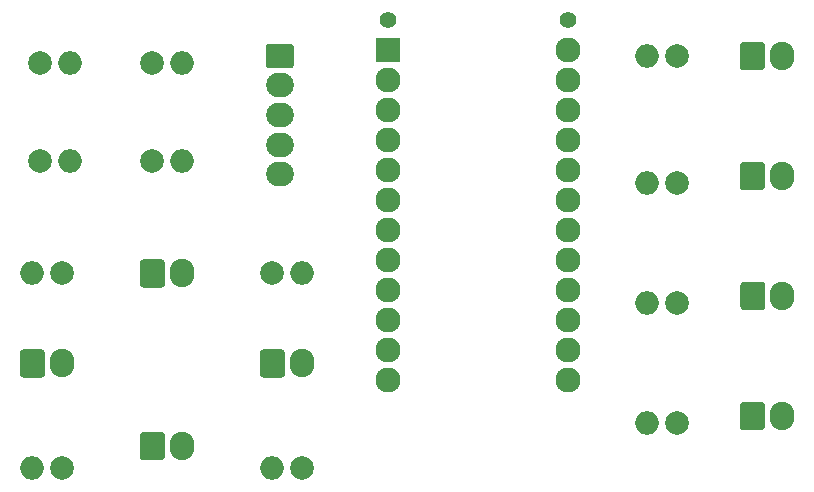
<source format=gbr>
G04 #@! TF.GenerationSoftware,KiCad,Pcbnew,(5.1.2-1)-1*
G04 #@! TF.CreationDate,2019-08-04T20:02:10-04:00*
G04 #@! TF.ProjectId,Pyxel-Paradise,50797865-6c2d-4506-9172-61646973652e,rev?*
G04 #@! TF.SameCoordinates,Original*
G04 #@! TF.FileFunction,Soldermask,Bot*
G04 #@! TF.FilePolarity,Negative*
%FSLAX46Y46*%
G04 Gerber Fmt 4.6, Leading zero omitted, Abs format (unit mm)*
G04 Created by KiCad (PCBNEW (5.1.2-1)-1) date 2019-08-04 20:02:10*
%MOMM*%
%LPD*%
G04 APERTURE LIST*
%ADD10C,0.100000*%
%ADD11C,2.100000*%
%ADD12O,2.350000X2.100000*%
%ADD13O,2.100000X2.400000*%
%ADD14O,2.000000X2.000000*%
%ADD15C,2.000000*%
%ADD16C,1.416000*%
%ADD17O,2.127200X2.127200*%
%ADD18R,2.127200X2.127200*%
G04 APERTURE END LIST*
D10*
G36*
X77731447Y-105631487D02*
G01*
X77761425Y-105635934D01*
X77790824Y-105643298D01*
X77819358Y-105653508D01*
X77846755Y-105666465D01*
X77872750Y-105682046D01*
X77897092Y-105700100D01*
X77919548Y-105720452D01*
X77939900Y-105742908D01*
X77957954Y-105767250D01*
X77973535Y-105793245D01*
X77986492Y-105820642D01*
X77996702Y-105849176D01*
X78004066Y-105878575D01*
X78008513Y-105908553D01*
X78010000Y-105938823D01*
X78010000Y-107421177D01*
X78008513Y-107451447D01*
X78004066Y-107481425D01*
X77996702Y-107510824D01*
X77986492Y-107539358D01*
X77973535Y-107566755D01*
X77957954Y-107592750D01*
X77939900Y-107617092D01*
X77919548Y-107639548D01*
X77897092Y-107659900D01*
X77872750Y-107677954D01*
X77846755Y-107693535D01*
X77819358Y-107706492D01*
X77790824Y-107716702D01*
X77761425Y-107724066D01*
X77731447Y-107728513D01*
X77701177Y-107730000D01*
X75968823Y-107730000D01*
X75938553Y-107728513D01*
X75908575Y-107724066D01*
X75879176Y-107716702D01*
X75850642Y-107706492D01*
X75823245Y-107693535D01*
X75797250Y-107677954D01*
X75772908Y-107659900D01*
X75750452Y-107639548D01*
X75730100Y-107617092D01*
X75712046Y-107592750D01*
X75696465Y-107566755D01*
X75683508Y-107539358D01*
X75673298Y-107510824D01*
X75665934Y-107481425D01*
X75661487Y-107451447D01*
X75660000Y-107421177D01*
X75660000Y-105938823D01*
X75661487Y-105908553D01*
X75665934Y-105878575D01*
X75673298Y-105849176D01*
X75683508Y-105820642D01*
X75696465Y-105793245D01*
X75712046Y-105767250D01*
X75730100Y-105742908D01*
X75750452Y-105720452D01*
X75772908Y-105700100D01*
X75797250Y-105682046D01*
X75823245Y-105666465D01*
X75850642Y-105653508D01*
X75879176Y-105643298D01*
X75908575Y-105635934D01*
X75938553Y-105631487D01*
X75968823Y-105630000D01*
X77701177Y-105630000D01*
X77731447Y-105631487D01*
X77731447Y-105631487D01*
G37*
D11*
X76835000Y-106680000D03*
D12*
X76835000Y-109180000D03*
X76835000Y-111680000D03*
X76835000Y-114180000D03*
X76835000Y-116680000D03*
D10*
G36*
X66811447Y-123896487D02*
G01*
X66841425Y-123900934D01*
X66870824Y-123908298D01*
X66899358Y-123918508D01*
X66926755Y-123931465D01*
X66952750Y-123947046D01*
X66977092Y-123965100D01*
X66999548Y-123985452D01*
X67019900Y-124007908D01*
X67037954Y-124032250D01*
X67053535Y-124058245D01*
X67066492Y-124085642D01*
X67076702Y-124114176D01*
X67084066Y-124143575D01*
X67088513Y-124173553D01*
X67090000Y-124203823D01*
X67090000Y-125986177D01*
X67088513Y-126016447D01*
X67084066Y-126046425D01*
X67076702Y-126075824D01*
X67066492Y-126104358D01*
X67053535Y-126131755D01*
X67037954Y-126157750D01*
X67019900Y-126182092D01*
X66999548Y-126204548D01*
X66977092Y-126224900D01*
X66952750Y-126242954D01*
X66926755Y-126258535D01*
X66899358Y-126271492D01*
X66870824Y-126281702D01*
X66841425Y-126289066D01*
X66811447Y-126293513D01*
X66781177Y-126295000D01*
X65298823Y-126295000D01*
X65268553Y-126293513D01*
X65238575Y-126289066D01*
X65209176Y-126281702D01*
X65180642Y-126271492D01*
X65153245Y-126258535D01*
X65127250Y-126242954D01*
X65102908Y-126224900D01*
X65080452Y-126204548D01*
X65060100Y-126182092D01*
X65042046Y-126157750D01*
X65026465Y-126131755D01*
X65013508Y-126104358D01*
X65003298Y-126075824D01*
X64995934Y-126046425D01*
X64991487Y-126016447D01*
X64990000Y-125986177D01*
X64990000Y-124203823D01*
X64991487Y-124173553D01*
X64995934Y-124143575D01*
X65003298Y-124114176D01*
X65013508Y-124085642D01*
X65026465Y-124058245D01*
X65042046Y-124032250D01*
X65060100Y-124007908D01*
X65080452Y-123985452D01*
X65102908Y-123965100D01*
X65127250Y-123947046D01*
X65153245Y-123931465D01*
X65180642Y-123918508D01*
X65209176Y-123908298D01*
X65238575Y-123900934D01*
X65268553Y-123896487D01*
X65298823Y-123895000D01*
X66781177Y-123895000D01*
X66811447Y-123896487D01*
X66811447Y-123896487D01*
G37*
D11*
X66040000Y-125095000D03*
D13*
X68540000Y-125095000D03*
X78700000Y-132715000D03*
D10*
G36*
X76971447Y-131516487D02*
G01*
X77001425Y-131520934D01*
X77030824Y-131528298D01*
X77059358Y-131538508D01*
X77086755Y-131551465D01*
X77112750Y-131567046D01*
X77137092Y-131585100D01*
X77159548Y-131605452D01*
X77179900Y-131627908D01*
X77197954Y-131652250D01*
X77213535Y-131678245D01*
X77226492Y-131705642D01*
X77236702Y-131734176D01*
X77244066Y-131763575D01*
X77248513Y-131793553D01*
X77250000Y-131823823D01*
X77250000Y-133606177D01*
X77248513Y-133636447D01*
X77244066Y-133666425D01*
X77236702Y-133695824D01*
X77226492Y-133724358D01*
X77213535Y-133751755D01*
X77197954Y-133777750D01*
X77179900Y-133802092D01*
X77159548Y-133824548D01*
X77137092Y-133844900D01*
X77112750Y-133862954D01*
X77086755Y-133878535D01*
X77059358Y-133891492D01*
X77030824Y-133901702D01*
X77001425Y-133909066D01*
X76971447Y-133913513D01*
X76941177Y-133915000D01*
X75458823Y-133915000D01*
X75428553Y-133913513D01*
X75398575Y-133909066D01*
X75369176Y-133901702D01*
X75340642Y-133891492D01*
X75313245Y-133878535D01*
X75287250Y-133862954D01*
X75262908Y-133844900D01*
X75240452Y-133824548D01*
X75220100Y-133802092D01*
X75202046Y-133777750D01*
X75186465Y-133751755D01*
X75173508Y-133724358D01*
X75163298Y-133695824D01*
X75155934Y-133666425D01*
X75151487Y-133636447D01*
X75150000Y-133606177D01*
X75150000Y-131823823D01*
X75151487Y-131793553D01*
X75155934Y-131763575D01*
X75163298Y-131734176D01*
X75173508Y-131705642D01*
X75186465Y-131678245D01*
X75202046Y-131652250D01*
X75220100Y-131627908D01*
X75240452Y-131605452D01*
X75262908Y-131585100D01*
X75287250Y-131567046D01*
X75313245Y-131551465D01*
X75340642Y-131538508D01*
X75369176Y-131528298D01*
X75398575Y-131520934D01*
X75428553Y-131516487D01*
X75458823Y-131515000D01*
X76941177Y-131515000D01*
X76971447Y-131516487D01*
X76971447Y-131516487D01*
G37*
D11*
X76200000Y-132715000D03*
D10*
G36*
X66811447Y-138501487D02*
G01*
X66841425Y-138505934D01*
X66870824Y-138513298D01*
X66899358Y-138523508D01*
X66926755Y-138536465D01*
X66952750Y-138552046D01*
X66977092Y-138570100D01*
X66999548Y-138590452D01*
X67019900Y-138612908D01*
X67037954Y-138637250D01*
X67053535Y-138663245D01*
X67066492Y-138690642D01*
X67076702Y-138719176D01*
X67084066Y-138748575D01*
X67088513Y-138778553D01*
X67090000Y-138808823D01*
X67090000Y-140591177D01*
X67088513Y-140621447D01*
X67084066Y-140651425D01*
X67076702Y-140680824D01*
X67066492Y-140709358D01*
X67053535Y-140736755D01*
X67037954Y-140762750D01*
X67019900Y-140787092D01*
X66999548Y-140809548D01*
X66977092Y-140829900D01*
X66952750Y-140847954D01*
X66926755Y-140863535D01*
X66899358Y-140876492D01*
X66870824Y-140886702D01*
X66841425Y-140894066D01*
X66811447Y-140898513D01*
X66781177Y-140900000D01*
X65298823Y-140900000D01*
X65268553Y-140898513D01*
X65238575Y-140894066D01*
X65209176Y-140886702D01*
X65180642Y-140876492D01*
X65153245Y-140863535D01*
X65127250Y-140847954D01*
X65102908Y-140829900D01*
X65080452Y-140809548D01*
X65060100Y-140787092D01*
X65042046Y-140762750D01*
X65026465Y-140736755D01*
X65013508Y-140709358D01*
X65003298Y-140680824D01*
X64995934Y-140651425D01*
X64991487Y-140621447D01*
X64990000Y-140591177D01*
X64990000Y-138808823D01*
X64991487Y-138778553D01*
X64995934Y-138748575D01*
X65003298Y-138719176D01*
X65013508Y-138690642D01*
X65026465Y-138663245D01*
X65042046Y-138637250D01*
X65060100Y-138612908D01*
X65080452Y-138590452D01*
X65102908Y-138570100D01*
X65127250Y-138552046D01*
X65153245Y-138536465D01*
X65180642Y-138523508D01*
X65209176Y-138513298D01*
X65238575Y-138505934D01*
X65268553Y-138501487D01*
X65298823Y-138500000D01*
X66781177Y-138500000D01*
X66811447Y-138501487D01*
X66811447Y-138501487D01*
G37*
D11*
X66040000Y-139700000D03*
D13*
X68540000Y-139700000D03*
X58380000Y-132715000D03*
D10*
G36*
X56651447Y-131516487D02*
G01*
X56681425Y-131520934D01*
X56710824Y-131528298D01*
X56739358Y-131538508D01*
X56766755Y-131551465D01*
X56792750Y-131567046D01*
X56817092Y-131585100D01*
X56839548Y-131605452D01*
X56859900Y-131627908D01*
X56877954Y-131652250D01*
X56893535Y-131678245D01*
X56906492Y-131705642D01*
X56916702Y-131734176D01*
X56924066Y-131763575D01*
X56928513Y-131793553D01*
X56930000Y-131823823D01*
X56930000Y-133606177D01*
X56928513Y-133636447D01*
X56924066Y-133666425D01*
X56916702Y-133695824D01*
X56906492Y-133724358D01*
X56893535Y-133751755D01*
X56877954Y-133777750D01*
X56859900Y-133802092D01*
X56839548Y-133824548D01*
X56817092Y-133844900D01*
X56792750Y-133862954D01*
X56766755Y-133878535D01*
X56739358Y-133891492D01*
X56710824Y-133901702D01*
X56681425Y-133909066D01*
X56651447Y-133913513D01*
X56621177Y-133915000D01*
X55138823Y-133915000D01*
X55108553Y-133913513D01*
X55078575Y-133909066D01*
X55049176Y-133901702D01*
X55020642Y-133891492D01*
X54993245Y-133878535D01*
X54967250Y-133862954D01*
X54942908Y-133844900D01*
X54920452Y-133824548D01*
X54900100Y-133802092D01*
X54882046Y-133777750D01*
X54866465Y-133751755D01*
X54853508Y-133724358D01*
X54843298Y-133695824D01*
X54835934Y-133666425D01*
X54831487Y-133636447D01*
X54830000Y-133606177D01*
X54830000Y-131823823D01*
X54831487Y-131793553D01*
X54835934Y-131763575D01*
X54843298Y-131734176D01*
X54853508Y-131705642D01*
X54866465Y-131678245D01*
X54882046Y-131652250D01*
X54900100Y-131627908D01*
X54920452Y-131605452D01*
X54942908Y-131585100D01*
X54967250Y-131567046D01*
X54993245Y-131551465D01*
X55020642Y-131538508D01*
X55049176Y-131528298D01*
X55078575Y-131520934D01*
X55108553Y-131516487D01*
X55138823Y-131515000D01*
X56621177Y-131515000D01*
X56651447Y-131516487D01*
X56651447Y-131516487D01*
G37*
D11*
X55880000Y-132715000D03*
D10*
G36*
X117611447Y-105481487D02*
G01*
X117641425Y-105485934D01*
X117670824Y-105493298D01*
X117699358Y-105503508D01*
X117726755Y-105516465D01*
X117752750Y-105532046D01*
X117777092Y-105550100D01*
X117799548Y-105570452D01*
X117819900Y-105592908D01*
X117837954Y-105617250D01*
X117853535Y-105643245D01*
X117866492Y-105670642D01*
X117876702Y-105699176D01*
X117884066Y-105728575D01*
X117888513Y-105758553D01*
X117890000Y-105788823D01*
X117890000Y-107571177D01*
X117888513Y-107601447D01*
X117884066Y-107631425D01*
X117876702Y-107660824D01*
X117866492Y-107689358D01*
X117853535Y-107716755D01*
X117837954Y-107742750D01*
X117819900Y-107767092D01*
X117799548Y-107789548D01*
X117777092Y-107809900D01*
X117752750Y-107827954D01*
X117726755Y-107843535D01*
X117699358Y-107856492D01*
X117670824Y-107866702D01*
X117641425Y-107874066D01*
X117611447Y-107878513D01*
X117581177Y-107880000D01*
X116098823Y-107880000D01*
X116068553Y-107878513D01*
X116038575Y-107874066D01*
X116009176Y-107866702D01*
X115980642Y-107856492D01*
X115953245Y-107843535D01*
X115927250Y-107827954D01*
X115902908Y-107809900D01*
X115880452Y-107789548D01*
X115860100Y-107767092D01*
X115842046Y-107742750D01*
X115826465Y-107716755D01*
X115813508Y-107689358D01*
X115803298Y-107660824D01*
X115795934Y-107631425D01*
X115791487Y-107601447D01*
X115790000Y-107571177D01*
X115790000Y-105788823D01*
X115791487Y-105758553D01*
X115795934Y-105728575D01*
X115803298Y-105699176D01*
X115813508Y-105670642D01*
X115826465Y-105643245D01*
X115842046Y-105617250D01*
X115860100Y-105592908D01*
X115880452Y-105570452D01*
X115902908Y-105550100D01*
X115927250Y-105532046D01*
X115953245Y-105516465D01*
X115980642Y-105503508D01*
X116009176Y-105493298D01*
X116038575Y-105485934D01*
X116068553Y-105481487D01*
X116098823Y-105480000D01*
X117581177Y-105480000D01*
X117611447Y-105481487D01*
X117611447Y-105481487D01*
G37*
D11*
X116840000Y-106680000D03*
D13*
X119340000Y-106680000D03*
X119340000Y-116840000D03*
D10*
G36*
X117611447Y-115641487D02*
G01*
X117641425Y-115645934D01*
X117670824Y-115653298D01*
X117699358Y-115663508D01*
X117726755Y-115676465D01*
X117752750Y-115692046D01*
X117777092Y-115710100D01*
X117799548Y-115730452D01*
X117819900Y-115752908D01*
X117837954Y-115777250D01*
X117853535Y-115803245D01*
X117866492Y-115830642D01*
X117876702Y-115859176D01*
X117884066Y-115888575D01*
X117888513Y-115918553D01*
X117890000Y-115948823D01*
X117890000Y-117731177D01*
X117888513Y-117761447D01*
X117884066Y-117791425D01*
X117876702Y-117820824D01*
X117866492Y-117849358D01*
X117853535Y-117876755D01*
X117837954Y-117902750D01*
X117819900Y-117927092D01*
X117799548Y-117949548D01*
X117777092Y-117969900D01*
X117752750Y-117987954D01*
X117726755Y-118003535D01*
X117699358Y-118016492D01*
X117670824Y-118026702D01*
X117641425Y-118034066D01*
X117611447Y-118038513D01*
X117581177Y-118040000D01*
X116098823Y-118040000D01*
X116068553Y-118038513D01*
X116038575Y-118034066D01*
X116009176Y-118026702D01*
X115980642Y-118016492D01*
X115953245Y-118003535D01*
X115927250Y-117987954D01*
X115902908Y-117969900D01*
X115880452Y-117949548D01*
X115860100Y-117927092D01*
X115842046Y-117902750D01*
X115826465Y-117876755D01*
X115813508Y-117849358D01*
X115803298Y-117820824D01*
X115795934Y-117791425D01*
X115791487Y-117761447D01*
X115790000Y-117731177D01*
X115790000Y-115948823D01*
X115791487Y-115918553D01*
X115795934Y-115888575D01*
X115803298Y-115859176D01*
X115813508Y-115830642D01*
X115826465Y-115803245D01*
X115842046Y-115777250D01*
X115860100Y-115752908D01*
X115880452Y-115730452D01*
X115902908Y-115710100D01*
X115927250Y-115692046D01*
X115953245Y-115676465D01*
X115980642Y-115663508D01*
X116009176Y-115653298D01*
X116038575Y-115645934D01*
X116068553Y-115641487D01*
X116098823Y-115640000D01*
X117581177Y-115640000D01*
X117611447Y-115641487D01*
X117611447Y-115641487D01*
G37*
D11*
X116840000Y-116840000D03*
D10*
G36*
X117651447Y-125801487D02*
G01*
X117681425Y-125805934D01*
X117710824Y-125813298D01*
X117739358Y-125823508D01*
X117766755Y-125836465D01*
X117792750Y-125852046D01*
X117817092Y-125870100D01*
X117839548Y-125890452D01*
X117859900Y-125912908D01*
X117877954Y-125937250D01*
X117893535Y-125963245D01*
X117906492Y-125990642D01*
X117916702Y-126019176D01*
X117924066Y-126048575D01*
X117928513Y-126078553D01*
X117930000Y-126108823D01*
X117930000Y-127891177D01*
X117928513Y-127921447D01*
X117924066Y-127951425D01*
X117916702Y-127980824D01*
X117906492Y-128009358D01*
X117893535Y-128036755D01*
X117877954Y-128062750D01*
X117859900Y-128087092D01*
X117839548Y-128109548D01*
X117817092Y-128129900D01*
X117792750Y-128147954D01*
X117766755Y-128163535D01*
X117739358Y-128176492D01*
X117710824Y-128186702D01*
X117681425Y-128194066D01*
X117651447Y-128198513D01*
X117621177Y-128200000D01*
X116138823Y-128200000D01*
X116108553Y-128198513D01*
X116078575Y-128194066D01*
X116049176Y-128186702D01*
X116020642Y-128176492D01*
X115993245Y-128163535D01*
X115967250Y-128147954D01*
X115942908Y-128129900D01*
X115920452Y-128109548D01*
X115900100Y-128087092D01*
X115882046Y-128062750D01*
X115866465Y-128036755D01*
X115853508Y-128009358D01*
X115843298Y-127980824D01*
X115835934Y-127951425D01*
X115831487Y-127921447D01*
X115830000Y-127891177D01*
X115830000Y-126108823D01*
X115831487Y-126078553D01*
X115835934Y-126048575D01*
X115843298Y-126019176D01*
X115853508Y-125990642D01*
X115866465Y-125963245D01*
X115882046Y-125937250D01*
X115900100Y-125912908D01*
X115920452Y-125890452D01*
X115942908Y-125870100D01*
X115967250Y-125852046D01*
X115993245Y-125836465D01*
X116020642Y-125823508D01*
X116049176Y-125813298D01*
X116078575Y-125805934D01*
X116108553Y-125801487D01*
X116138823Y-125800000D01*
X117621177Y-125800000D01*
X117651447Y-125801487D01*
X117651447Y-125801487D01*
G37*
D11*
X116880000Y-127000000D03*
D13*
X119380000Y-127000000D03*
X119340000Y-137160000D03*
D10*
G36*
X117611447Y-135961487D02*
G01*
X117641425Y-135965934D01*
X117670824Y-135973298D01*
X117699358Y-135983508D01*
X117726755Y-135996465D01*
X117752750Y-136012046D01*
X117777092Y-136030100D01*
X117799548Y-136050452D01*
X117819900Y-136072908D01*
X117837954Y-136097250D01*
X117853535Y-136123245D01*
X117866492Y-136150642D01*
X117876702Y-136179176D01*
X117884066Y-136208575D01*
X117888513Y-136238553D01*
X117890000Y-136268823D01*
X117890000Y-138051177D01*
X117888513Y-138081447D01*
X117884066Y-138111425D01*
X117876702Y-138140824D01*
X117866492Y-138169358D01*
X117853535Y-138196755D01*
X117837954Y-138222750D01*
X117819900Y-138247092D01*
X117799548Y-138269548D01*
X117777092Y-138289900D01*
X117752750Y-138307954D01*
X117726755Y-138323535D01*
X117699358Y-138336492D01*
X117670824Y-138346702D01*
X117641425Y-138354066D01*
X117611447Y-138358513D01*
X117581177Y-138360000D01*
X116098823Y-138360000D01*
X116068553Y-138358513D01*
X116038575Y-138354066D01*
X116009176Y-138346702D01*
X115980642Y-138336492D01*
X115953245Y-138323535D01*
X115927250Y-138307954D01*
X115902908Y-138289900D01*
X115880452Y-138269548D01*
X115860100Y-138247092D01*
X115842046Y-138222750D01*
X115826465Y-138196755D01*
X115813508Y-138169358D01*
X115803298Y-138140824D01*
X115795934Y-138111425D01*
X115791487Y-138081447D01*
X115790000Y-138051177D01*
X115790000Y-136268823D01*
X115791487Y-136238553D01*
X115795934Y-136208575D01*
X115803298Y-136179176D01*
X115813508Y-136150642D01*
X115826465Y-136123245D01*
X115842046Y-136097250D01*
X115860100Y-136072908D01*
X115880452Y-136050452D01*
X115902908Y-136030100D01*
X115927250Y-136012046D01*
X115953245Y-135996465D01*
X115980642Y-135983508D01*
X116009176Y-135973298D01*
X116038575Y-135965934D01*
X116068553Y-135961487D01*
X116098823Y-135960000D01*
X117581177Y-135960000D01*
X117611447Y-135961487D01*
X117611447Y-135961487D01*
G37*
D11*
X116840000Y-137160000D03*
D14*
X55880000Y-125095000D03*
D15*
X58420000Y-125095000D03*
X58420000Y-141605000D03*
D14*
X55880000Y-141605000D03*
D15*
X110490000Y-106680000D03*
D14*
X107950000Y-106680000D03*
X107950000Y-117475000D03*
D15*
X110490000Y-117475000D03*
X110490000Y-127635000D03*
D14*
X107950000Y-127635000D03*
X107950000Y-137795000D03*
D15*
X110490000Y-137795000D03*
X76200000Y-125095000D03*
D14*
X78740000Y-125095000D03*
X76200000Y-141605000D03*
D15*
X78740000Y-141605000D03*
X56515000Y-115570000D03*
D14*
X59055000Y-115570000D03*
X68580000Y-115570000D03*
D15*
X66040000Y-115570000D03*
X56515000Y-107315000D03*
D14*
X59055000Y-107315000D03*
X68580000Y-107315000D03*
D15*
X66040000Y-107315000D03*
D16*
X101236000Y-103649000D03*
D17*
X101236000Y-123969000D03*
X85996000Y-116349000D03*
X101236000Y-108729000D03*
X101236000Y-126509000D03*
X101236000Y-129049000D03*
X101236000Y-131589000D03*
X101236000Y-121429000D03*
X85996000Y-131589000D03*
X85996000Y-129049000D03*
X85996000Y-126509000D03*
X85996000Y-123969000D03*
X85996000Y-121429000D03*
X85996000Y-111269000D03*
X85996000Y-113809000D03*
X85996000Y-108729000D03*
X101236000Y-116349000D03*
X101236000Y-118889000D03*
X101236000Y-113809000D03*
X85996000Y-118889000D03*
X101236000Y-111269000D03*
X101236000Y-106189000D03*
D18*
X85996000Y-106189000D03*
D16*
X85996000Y-103649000D03*
D17*
X85996000Y-134112000D03*
X101236000Y-134129000D03*
M02*

</source>
